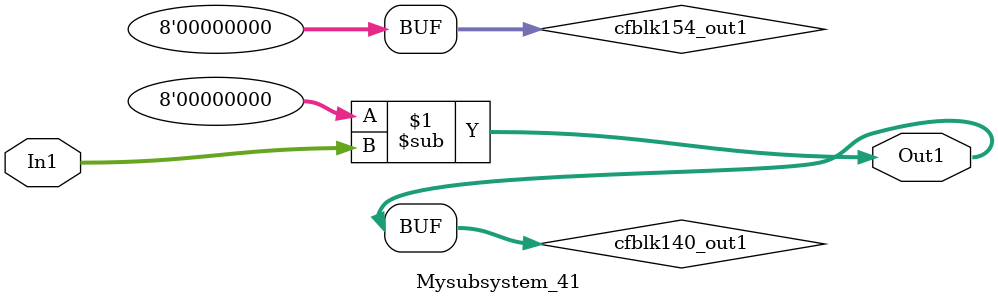
<source format=v>



`timescale 1 ns / 1 ns

module Mysubsystem_41
          (In1,
           Out1);


  input   [7:0] In1;  // uint8
  output  [7:0] Out1;  // uint8


  wire [7:0] cfblk154_out1;  // uint8
  wire [7:0] cfblk140_out1;  // uint8


  assign cfblk154_out1 = 8'b00000000;



  assign cfblk140_out1 = cfblk154_out1 - In1;



  assign Out1 = cfblk140_out1;

endmodule  // Mysubsystem_41


</source>
